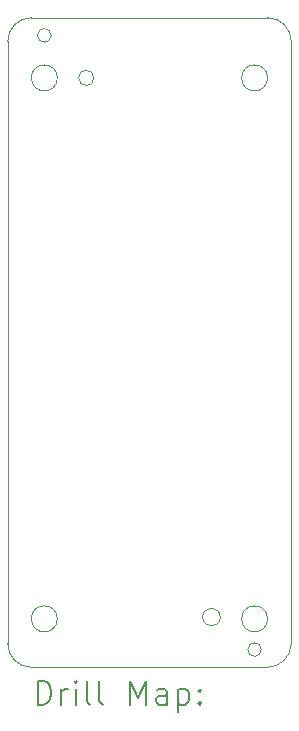
<source format=gbr>
%FSLAX45Y45*%
G04 Gerber Fmt 4.5, Leading zero omitted, Abs format (unit mm)*
G04 Created by KiCad (PCBNEW (6.0.5)) date 2022-05-21 23:03:58*
%MOMM*%
%LPD*%
G01*
G04 APERTURE LIST*
%TA.AperFunction,Profile*%
%ADD10C,0.100000*%
%TD*%
%ADD11C,0.200000*%
G04 APERTURE END LIST*
D10*
X10200000Y-15500000D02*
X12200000Y-15500000D01*
X10730000Y-10510000D02*
G75*
G03*
X10730000Y-10510000I-65000J0D01*
G01*
X10367600Y-10150000D02*
G75*
G03*
X10367600Y-10150000I-57600J0D01*
G01*
X12200000Y-10510000D02*
G75*
G03*
X12200000Y-10510000I-110000J0D01*
G01*
X12400000Y-10200000D02*
X12400000Y-15300000D01*
X10420000Y-15090000D02*
G75*
G03*
X10420000Y-15090000I-110000J0D01*
G01*
X12200000Y-15500000D02*
G75*
G03*
X12400000Y-15300000I0J200000D01*
G01*
X10200000Y-10000000D02*
G75*
G03*
X10000000Y-10200000I0J-200000D01*
G01*
X10000000Y-15300000D02*
G75*
G03*
X10200000Y-15500000I200000J0D01*
G01*
X11800000Y-15075000D02*
G75*
G03*
X11800000Y-15075000I-75000J0D01*
G01*
X12400000Y-10200000D02*
G75*
G03*
X12200000Y-10000000I-200000J0D01*
G01*
X12147600Y-15350000D02*
G75*
G03*
X12147600Y-15350000I-57600J0D01*
G01*
X10420000Y-10510000D02*
G75*
G03*
X10420000Y-10510000I-110000J0D01*
G01*
X10200000Y-10000000D02*
X12200000Y-10000000D01*
X12200000Y-15090000D02*
G75*
G03*
X12200000Y-15090000I-110000J0D01*
G01*
X10000000Y-15300000D02*
X10000000Y-10200000D01*
D11*
X10252619Y-15815476D02*
X10252619Y-15615476D01*
X10300238Y-15615476D01*
X10328810Y-15625000D01*
X10347857Y-15644048D01*
X10357381Y-15663095D01*
X10366905Y-15701190D01*
X10366905Y-15729762D01*
X10357381Y-15767857D01*
X10347857Y-15786905D01*
X10328810Y-15805952D01*
X10300238Y-15815476D01*
X10252619Y-15815476D01*
X10452619Y-15815476D02*
X10452619Y-15682143D01*
X10452619Y-15720238D02*
X10462143Y-15701190D01*
X10471667Y-15691667D01*
X10490714Y-15682143D01*
X10509762Y-15682143D01*
X10576429Y-15815476D02*
X10576429Y-15682143D01*
X10576429Y-15615476D02*
X10566905Y-15625000D01*
X10576429Y-15634524D01*
X10585952Y-15625000D01*
X10576429Y-15615476D01*
X10576429Y-15634524D01*
X10700238Y-15815476D02*
X10681190Y-15805952D01*
X10671667Y-15786905D01*
X10671667Y-15615476D01*
X10805000Y-15815476D02*
X10785952Y-15805952D01*
X10776429Y-15786905D01*
X10776429Y-15615476D01*
X11033571Y-15815476D02*
X11033571Y-15615476D01*
X11100238Y-15758333D01*
X11166905Y-15615476D01*
X11166905Y-15815476D01*
X11347857Y-15815476D02*
X11347857Y-15710714D01*
X11338333Y-15691667D01*
X11319286Y-15682143D01*
X11281190Y-15682143D01*
X11262143Y-15691667D01*
X11347857Y-15805952D02*
X11328809Y-15815476D01*
X11281190Y-15815476D01*
X11262143Y-15805952D01*
X11252619Y-15786905D01*
X11252619Y-15767857D01*
X11262143Y-15748809D01*
X11281190Y-15739286D01*
X11328809Y-15739286D01*
X11347857Y-15729762D01*
X11443095Y-15682143D02*
X11443095Y-15882143D01*
X11443095Y-15691667D02*
X11462143Y-15682143D01*
X11500238Y-15682143D01*
X11519286Y-15691667D01*
X11528809Y-15701190D01*
X11538333Y-15720238D01*
X11538333Y-15777381D01*
X11528809Y-15796428D01*
X11519286Y-15805952D01*
X11500238Y-15815476D01*
X11462143Y-15815476D01*
X11443095Y-15805952D01*
X11624048Y-15796428D02*
X11633571Y-15805952D01*
X11624048Y-15815476D01*
X11614524Y-15805952D01*
X11624048Y-15796428D01*
X11624048Y-15815476D01*
X11624048Y-15691667D02*
X11633571Y-15701190D01*
X11624048Y-15710714D01*
X11614524Y-15701190D01*
X11624048Y-15691667D01*
X11624048Y-15710714D01*
M02*

</source>
